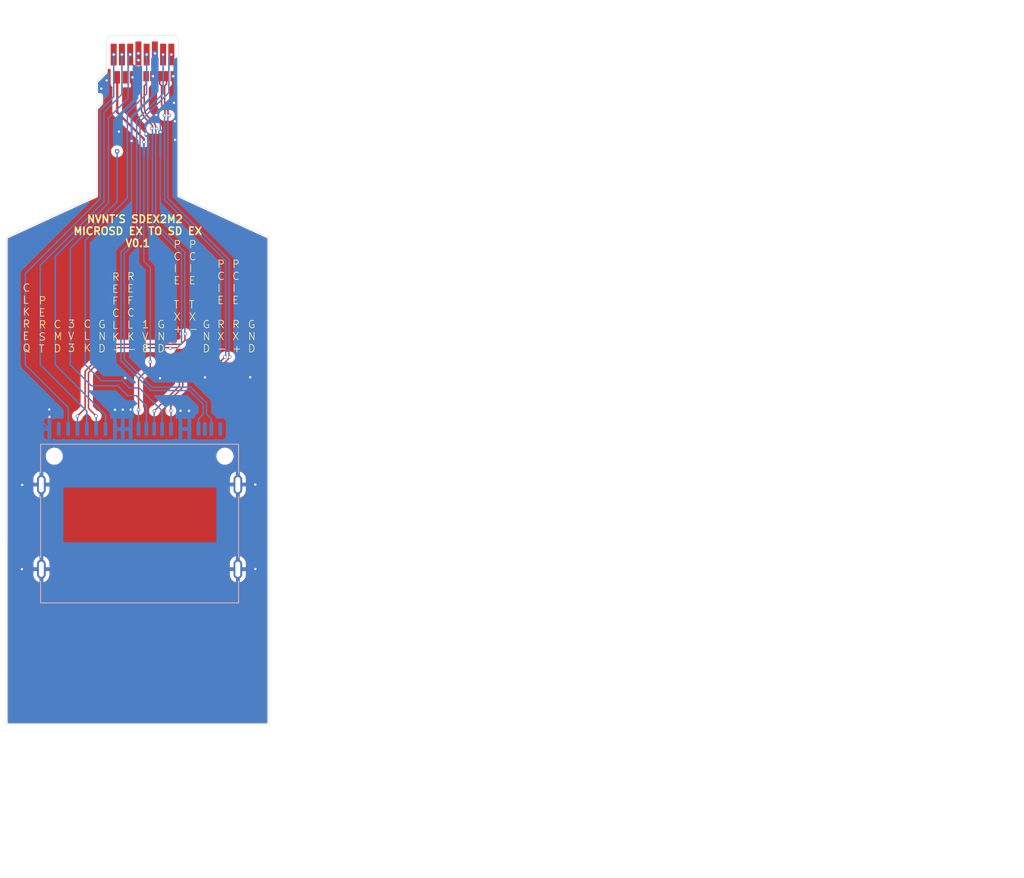
<source format=kicad_pcb>
(kicad_pcb (version 20241229) (generator "pcbnew") (generator_version "9.0")
  (layers (0 "F.Cu" signal) (4 "In1.Cu" signal "In1.GND.Cu") (6 "In2.Cu" signal "In2.VCC.Cu") (8 "In3.Cu" signal "In3.VCC.Cu") (10 "In4.Cu" signal "In4.GND.Cu") (2 "B.Cu" signal) (13 "F.Paste" user) (15 "B.Paste" user) (5 "F.SilkS" user "F.Silkscreen") (7 "B.SilkS" user "B.Silkscreen") (1 "F.Mask" user) (3 "B.Mask" user) (25 "Edge.Cuts" user))
  (net 0 "")
  (net 1 "/TX+")
  (net 2 "/TX-")
  (net 3 "Net-(J1-3V3)")
  (net 4 "/RX+")
  (net 5 "Net-(J1-1V8)")
  (net 6 "GND")
  (net 7 "/RX-")
  (net 8 "/REFCLK+")
  (net 9 "/REFCLK-")
  (net 10 "/PERST")
  (net 11 "/CLKREQ")
  (net 12 "/CMD")
  (net 13 "/CLK")
  (footprint "m1cha:usdex-male-open_bottom" (layer "F.Cu") (at 141.61 77.96)
    (property "Reference" "J1" (hide yes))
    (property "Value" "SDEX2M2 MicroSD Express to SD Express Adapter")
    (fp_line (start -6.15 6.395685) (end -6.15 7.8) (stroke (width 0.05)) (layer "Edge.Cuts"))
    (fp_line (start -6.15 9.8) (end -6.149999 15) (stroke (width 0.05)) (layer "Edge.Cuts"))
    (fp_line (start -6.05 7.9) (end -5.65 7.9) (stroke (width 0.05)) (layer "Edge.Cuts"))
    (fp_line (start -5.567158 9.217158) (end -6.15 9.8) (stroke (width 0.05)) (layer "Edge.Cuts"))
    (fp_line (start -5.45 8.1) (end -5.45 8.934315) (stroke (width 0.05)) (layer "Edge.Cuts"))
    (fp_line (start -4.967158 5.047158) (end -6.032843 6.112843) (stroke (width 0.05)) (layer "Edge.Cuts"))
    (fp_line (start -4.85 4.764315) (end -4.85 0.8) (stroke (width 0.05)) (layer "Edge.Cuts"))
    (fp_line (start -4.05 0) (end 4.05 0) (stroke (width 0.05)) (layer "Edge.Cuts"))
    (fp_line (start 4.85 0.8) (end 4.85 15) (stroke (width 0.05)) (layer "Edge.Cuts"))
    (fp_arc (start -6.15 6.395685) (mid -6.119552 6.242612) (end -6.032843 6.112843) (stroke (width 0.05)) (layer "Edge.Cuts"))
    (fp_arc (start -6.05 7.9) (mid -6.120711 7.870711) (end -6.15 7.8) (stroke (width 0.05)) (layer "Edge.Cuts"))
    (fp_arc (start -5.65 7.9) (mid -5.508579 7.958579) (end -5.45 8.1) (stroke (width 0.05)) (layer "Edge.Cuts"))
    (fp_arc (start -5.45 8.934315) (mid -5.480448 9.087389) (end -5.567158 9.217158) (stroke (width 0.05)) (layer "Edge.Cuts"))
    (fp_arc (start -4.85 0.8) (mid -4.615685 0.234315) (end -4.05 0) (stroke (width 0.05)) (layer "Edge.Cuts"))
    (fp_arc (start -4.85 4.764315) (mid -4.880448 4.917389) (end -4.967158 5.047158) (stroke (width 0.05)) (layer "Edge.Cuts"))
    (fp_arc (start 4.05 0) (mid 4.615685 0.234315) (end 4.85 0.8) (stroke (width 0.05)) (layer "Edge.Cuts"))
    (pad "1" smd rect (at -3.85 2.55) (size 0.8 2.9) (layers "F.Cu" "F.Mask" "F.Paste") (net 11 "/CLKREQ"))
    (pad "2" smd rect (at -2.75 2.55) (size 0.8 2.9) (layers "F.Cu" "F.Mask" "F.Paste") (net 10 "/PERST"))
    (pad "3" smd rect (at -1.65 2.55) (size 0.8 2.9) (layers "F.Cu" "F.Mask" "F.Paste") (net 12 "/CMD"))
    (pad "4" smd rect (at -0.55 2.4) (size 0.8 3.2) (layers "F.Cu" "F.Mask" "F.Paste") (net 3 "Net-(J1-3V3)"))
    (pad "5" smd rect (at 0.55 2.55) (size 0.8 2.9) (layers "F.Cu" "F.Mask" "F.Paste") (net 13 "/CLK"))
    (pad "6" smd rect (at 1.65 2.4) (size 0.8 3.2) (layers "F.Cu" "F.Mask" "F.Paste") (net 6 "GND"))
    (pad "7" smd rect (at 2.75 2.55) (size 0.8 2.9) (layers "F.Cu" "F.Mask" "F.Paste") (net 8 "/REFCLK+"))
    (pad "8" smd rect (at 3.85 2.55) (size 0.8 2.9) (layers "F.Cu" "F.Mask" "F.Paste") (net 9 "/REFCLK-"))
    (pad "9" smd rect (at -3.38 5.595) (size 0.76 1.67) (layers "F.Cu" "F.Mask" "F.Paste") (net 5 "Net-(J1-1V8)"))
    (pad "10" smd rect (at -1.34 5.595) (size 0.76 1.67) (layers "F.Cu" "F.Mask" "F.Paste") (net 6 "GND"))
    (pad "11" smd rect (at -0.43 5.445) (size 0.76 1.37) (layers "F.Cu" "F.Mask" "F.Paste") (net 1 "/TX+"))
    (pad "12" smd rect (at 0.48 5.445) (size 0.76 1.37) (layers "F.Cu" "F.Mask" "F.Paste") (net 2 "/TX-"))
    (pad "13" smd rect (at 1.39 5.445) (size 0.76 1.37) (layers "F.Cu" "F.Mask" "F.Paste") (net 6 "GND"))
    (pad "14" smd rect (at 2.3 5.445) (size 0.76 1.37) (layers "F.Cu" "F.Mask" "F.Paste") (net 7 "/RX-"))
    (pad "15" smd rect (at 3.21 5.445) (size 0.76 1.37) (layers "F.Cu" "F.Mask" "F.Paste") (net 4 "/RX+"))
    (pad "16" smd rect (at 4.12 5.445) (size 0.76 1.37) (layers "F.Cu" "F.Mask" "F.Paste") (net 6 "GND"))
    (pad "17" smd rect (at -2.25 5.595) (size 0.76 1.67) (layers "F.Cu" "F.Mask" "F.Paste"))
  )
  (footprint "GSD2100407THR:AMPHENOL_GSD2100407THR" (layer "B.Cu") (at 141.22 134.18 180)
    (property "Reference" "J2" (hide yes))
    (property "Value" "GSD2100407THR")
    (fp_line (start 13.225 1.6) (end 13.225 -2.201) (stroke (width 0.127)) (layer "B.SilkS"))
    (fp_line (start 13.225 -13.501) (end 13.225 -5.399) (stroke (width 0.127)) (layer "B.SilkS"))
    (fp_line (start 13.225 -19.6) (end 13.225 -16.699) (stroke (width 0.127)) (layer "B.SilkS"))
    (fp_line (start -13.225 1.6) (end 13.225 1.6) (stroke (width 0.127)) (layer "B.SilkS"))
    (fp_line (start -13.225 -2.201) (end -13.225 1.6) (stroke (width 0.127)) (layer "B.SilkS"))
    (fp_line (start -13.225 -5.399) (end -13.225 -13.501) (stroke (width 0.127)) (layer "B.SilkS"))
    (fp_line (start -13.225 -16.699) (end -13.225 -19.6) (stroke (width 0.127)) (layer "B.SilkS"))
    (fp_line (start -13.225 -19.6) (end 13.225 -19.6) (stroke (width 0.127)) (layer "B.SilkS"))
    (fp_circle (center 12.05 5.25) (end 12.15 5.25) (stroke (width 0.2)) (fill no) (layer "B.SilkS"))
    (pad "" np_thru_hole circle (at -11.4 0 180) (size 1.8 1.8) (drill 1.8) (layers "*.Cu" "*.Mask"))
    (pad "" np_thru_hole circle (at 11.4 0 180) (size 1.8 1.8) (drill 1.8) (layers "*.Cu" "*.Mask"))
    (pad "1" smd rect (at 12.05 3.64 180) (size 0.5 1.8) (layers "B.Cu" "B.Mask" "B.Paste") (net 6 "GND"))
    (pad "2" smd rect (at 10.8 3.64 180) (size 0.5 1.8) (layers "B.Cu" "B.Mask" "B.Paste"))
    (pad "3" smd rect (at 9.55 3.64 180) (size 0.5 1.8) (layers "B.Cu" "B.Mask" "B.Paste") (net 11 "/CLKREQ"))
    (pad "4" smd rect (at 8.3 3.64 180) (size 0.5 1.8) (layers "B.Cu" "B.Mask" "B.Paste") (net 2 "/TX-"))
    (pad "5" smd rect (at 7.05 3.64 180) (size 0.5 1.8) (layers "B.Cu" "B.Mask" "B.Paste") (net 10 "/PERST"))
    (pad "6" smd rect (at 5.8 3.64 180) (size 0.5 1.8) (layers "B.Cu" "B.Mask" "B.Paste") (net 1 "/TX+"))
    (pad "7" smd rect (at 4.55 3.64 180) (size 0.5 1.8) (layers "B.Cu" "B.Mask" "B.Paste") (net 12 "/CMD"))
    (pad "8" smd rect (at 3.3 3.64 180) (size 0.5 1.8) (layers "B.Cu" "B.Mask" "B.Paste") (net 6 "GND"))
    (pad "9" smd rect (at 2.25 3.64 180) (size 0.5 1.8) (layers "B.Cu" "B.Mask" "B.Paste") (net 6 "GND"))
    (pad "10" smd rect (at 1.2 3.64 180) (size 0.5 1.8) (layers "B.Cu" "B.Mask" "B.Paste") (net 6 "GND"))
    (pad "11" smd rect (at 0.15 3.64 180) (size 0.5 1.8) (layers "B.Cu" "B.Mask" "B.Paste") (net 5 "Net-(J1-1V8)"))
    (pad "12" smd rect (at -0.9 3.64 180) (size 0.5 1.8) (layers "B.Cu" "B.Mask" "B.Paste") (net 3 "Net-(J1-3V3)"))
    (pad "13" smd rect (at -1.95 3.64 180) (size 0.5 1.8) (layers "B.Cu" "B.Mask" "B.Paste") (net 7 "/RX-"))
    (pad "14" smd rect (at -3 3.64 180) (size 0.5 1.8) (layers "B.Cu" "B.Mask" "B.Paste") (net 13 "/CLK"))
    (pad "15" smd rect (at -4.2 3.64 180) (size 0.5 1.8) (layers "B.Cu" "B.Mask" "B.Paste") (net 4 "/RX+"))
    (pad "16" smd rect (at -5.45 3.64 180) (size 0.5 1.8) (layers "B.Cu" "B.Mask" "B.Paste") (net 6 "GND"))
    (pad "17" smd rect (at -6.65 3.64 180) (size 0.5 1.8) (layers "B.Cu" "B.Mask" "B.Paste") (net 6 "GND"))
    (pad "18" smd rect (at -7.875 3.64 180) (size 0.5 1.8) (layers "B.Cu" "B.Mask" "B.Paste") (net 8 "/REFCLK+"))
    (pad "19" smd rect (at -8.725 3.64 180) (size 0.5 1.8) (layers "B.Cu" "B.Mask" "B.Paste"))
    (pad "20" smd rect (at -9.575 3.64 180) (size 0.5 1.8) (layers "B.Cu" "B.Mask" "B.Paste") (net 9 "/REFCLK-"))
    (pad "21" smd rect (at -10.775 3.64 180) (size 0.5 1.8) (layers "B.Cu" "B.Mask" "B.Paste"))
    (pad "GND1" thru_hole oval (at -13.125 -3.8 180) (size 1.158 2.558) (drill oval 0.65 2.05) (layers "*.Cu" "*.Mask") (net 6 "GND"))
    (pad "GND2" thru_hole oval (at 13.125 -3.8 180) (size 1.158 2.558) (drill oval 0.65 2.05) (layers "*.Cu" "*.Mask") (net 6 "GND"))
    (pad "GND3" thru_hole oval (at -13.125 -15.1 180) (size 1.158 2.558) (drill oval 0.65 2.05) (layers "*.Cu" "*.Mask") (net 6 "GND"))
    (pad "GND4" thru_hole oval (at 13.125 -15.1 180) (size 1.158 2.558) (drill oval 0.65 2.05) (layers "*.Cu" "*.Mask") (net 6 "GND"))
    (zone (net 0) (net_name "") (layer "B.Cu") (connect_pads (clearance 0)) (min_thickness 0.01)
      (keepout (tracks not_allowed) (vias not_allowed) (pads not_allowed) (copperpour not_allowed) (footprints allowed))
      (fill (thermal_gap 0.508) (thermal_bridge_width 0.508))
      (polygon (pts (xy 151.48 138.38) (xy 131.04 138.38) (xy 131.04 145.68) (xy 151.48 145.68)))
    )
  )
  (gr_line (start 146.46 99.415985) (end 146.46 92.96) (stroke (width 0.05)) (layer "Edge.Cuts"))
  (gr_line (start 123.4 170.07) (end 158.5 170.07) (stroke (width 0.05)) (layer "Edge.Cuts"))
  (gr_line (start 158.5 104.95) (end 158.5 170.07) (stroke (width 0.05)) (layer "Edge.Cuts"))
  (gr_line (start 123.402514 104.95) (end 135.46 99.415985) (stroke (width 0.05)) (layer "Edge.Cuts"))
  (gr_line (start 146.46 99.415985) (end 158.5 104.95) (stroke (width 0.05)) (layer "Edge.Cuts"))
  (gr_line (start 123.402514 104.95) (end 123.4 170.07) (stroke (width 0.05)) (layer "Edge.Cuts"))
  (gr_line (start 135.46 92.96) (end 135.46 99.415985) (stroke (width 0.05)) (layer "Edge.Cuts"))
  (gr_text "G\nN\nD" (at 143.53 120.37 0) (layer "F.SilkS") (effects (font (size 1 1) (thickness 0.1)) (justify left bottom)))
  (gr_text "C\nL\nK" (at 133.68 120.32 0) (layer "F.SilkS") (effects (font (size 1 1) (thickness 0.1)) (justify left bottom)))
  (gr_text "P\nC\nI\nE\n\nR\nX\n-" (at 151.53 120.37 0) (layer "F.SilkS") (effects (font (size 1 1) (thickness 0.1)) (justify left bottom)))
  (gr_text "R\nE\nF\nC\nL\nK\n+" (at 137.48 120.47 0) (layer "F.SilkS") (effects (font (size 1 1) (thickness 0.1)) (justify left bottom)))
  (gr_text "P\nC\nI\nE\n\nR\nX\n+" (at 153.53 120.37 0) (layer "F.SilkS") (effects (font (size 1 1) (thickness 0.1)) (justify left bottom)))
  (gr_text "C\nM\nD" (at 129.68 120.37 0) (layer "F.SilkS") (effects (font (size 1 1) (thickness 0.1)) (justify left bottom)))
  (gr_text "C\nL\nK\nR\nE\nQ" (at 125.53 120.32 0) (layer "F.SilkS") (effects (font (size 1 1) (thickness 0.1)) (justify left bottom)))
  (gr_text "1\nV\n8" (at 141.48 120.37 0) (layer "F.SilkS") (effects (font (size 1 1) (thickness 0.1)) (justify left bottom)))
  (gr_text "P\nC\nI\nE\n\nT\nX\n+" (at 145.690446 117.739545 0) (layer "F.SilkS") (effects (font (size 1 1) (thickness 0.1)) (justify left bottom)))
  (gr_text "3\nV\n3" (at 131.58 120.32 0) (layer "F.SilkS") (effects (font (size 1 1) (thickness 0.1)) (justify left bottom)))
  (gr_text "G\nN\nD" (at 149.58 120.37 0) (layer "F.SilkS") (effects (font (size 1 1) (thickness 0.1)) (justify left bottom)))
  (gr_text "P\nE\nR\nS\nT" (at 127.68 120.42 0) (layer "F.SilkS") (effects (font (size 1 1) (thickness 0.1)) (justify left bottom)))
  (gr_text "R\nE\nF\nC\nL\nK\n-" (at 139.48 120.42 0) (layer "F.SilkS") (effects (font (size 1 1) (thickness 0.1)) (justify left bottom)))
  (gr_text "G\nN\nD" (at 155.63 120.37 0) (layer "F.SilkS") (effects (font (size 1 1) (thickness 0.1)) (justify left bottom)))
  (gr_text "P\nC\nI\nE\n\nT\nX\n-" (at 147.740446 117.739545 0) (layer "F.SilkS") (effects (font (size 1 1) (thickness 0.1)) (justify left bottom)))
  (gr_text "G\nN\nD" (at 135.63 120.37 0) (layer "F.SilkS") (effects (font (size 1 1) (thickness 0.1)) (justify left bottom)))
  (gr_text "NVNT'S SDEX2M2 \nMICROSD EX TO SD EX\nV0.1" (at 140.98 106.3 0) (layer "F.SilkS") (effects (font (size 1 1) (thickness 0.2) (bold yes)) (justify bottom)))
  (segment (start 134.38831 123.009888) (end 137.723198 119.675) (width 0.2) (layer "F.Cu") (net 1))
  (segment (start 142.809336 89.858142) (end 142.136197 89.185003) (width 0.205232) (layer "F.Cu") (net 1))
  (segment (start 134.38831 127.78831) (end 134.38831 123.009888) (width 0.2) (layer "F.Cu") (net 1))
  (segment (start 135.41 128.81) (end 134.38831 127.78831) (width 0.2) (layer "F.Cu") (net 1))
  (segment (start 141.18 84.432501) (end 141.18 83.405) (width 0.205232) (layer "F.Cu") (net 1))
  (segment (start 142.955783 90.257617) (end 142.955783 90.211696) (width 0.205232) (layer "F.Cu") (net 1))
  (segment (start 145.255 119.675) (end 145.33 119.75) (width 0.2) (layer "F.Cu") (net 1))
  (segment (start 137.723198 119.675) (end 145.255 119.675) (width 0.2) (layer "F.Cu") (net 1))
  (segment (start 141.430784 84.683285) (end 141.18 84.432501) (width 0.205232) (layer "F.Cu") (net 1))
  (segment (start 142.8334 90.38) (end 142.955783 90.257617) (width 0.205232) (layer "F.Cu") (net 1))
  (segment (start 141.430784 87.481985) (end 141.430784 84.683285) (width 0.205232) (layer "F.Cu") (net 1))
  (via (at 135.41 128.81) (size 0.45) (drill 0.3) (layers "F.Cu" "B.Cu") (net 1))
  (via (at 145.33 119.75) (size 0.45) (drill 0.3) (layers "F.Cu" "B.Cu") (net 1))
  (via (at 142.8334 90.38) (size 0.45) (drill 0.3) (layers "F.Cu" "B.Cu") (net 1))
  (arc (start 142.955783 90.211696) (mid 142.917723 90.020354) (end 142.809336 89.858142) (width 0.205232) (layer "F.Cu") (net 1))
  (arc (start 141.430784 87.481985) (mid 141.614115 88.403652) (end 142.136197 89.185003) (width 0.205232) (layer "F.Cu") (net 1))
  (segment (start 146.288521 119.68) (end 146.82 119.148521) (width 0.2) (layer "B.Cu") (net 1))
  (segment (start 135.42 130.54) (end 135.42 128.82) (width 0.2) (layer "B.Cu") (net 1))
  (segment (start 145.4 119.68) (end 146.288521 119.68) (width 0.2) (layer "B.Cu") (net 1))
  (segment (start 146.82 107.138198) (end 142.932384 103.250582) (width 0.2) (layer "B.Cu") (net 1))
  (segment (start 146.82 119.148521) (end 146.82 107.138198) (width 0.2) (layer "B.Cu") (net 1))
  (segment (start 142.932384 103.250582) (end 142.932384 90.478984) (width 0.2) (layer "B.Cu") (net 1))
  (segment (start 142.932384 90.478984) (end 142.8334 90.38) (width 0.2) (layer "B.Cu") (net 1))
  (segment (start 145.33 119.75) (end 145.4 119.68) (width 0.2) (layer "B.Cu") (net 1))
  (segment (start 135.42 128.82) (end 135.41 128.81) (width 0.2) (layer "B.Cu") (net 1))
  (segment (start 143.4866 90.38) (end 143.364217 90.257617) (width 0.205232) (layer "F.Cu") (net 2))
  (segment (start 143.364217 90.257617) (end 143.364217 90.211696) (width 0.205232) (layer "F.Cu") (net 2))
  (segment (start 137.536802 119.225) (end 146.745 119.225) (width 0.2) (layer "F.Cu") (net 2))
  (segment (start 132.914892 128.811727) (end 133.938308 127.78831) (width 0.2) (layer "F.Cu") (net 2))
  (segment (start 142.09 84.432501) (end 142.09 83.405) (width 0.205232) (layer "F.Cu") (net 2))
  (segment (start 141.839216 87.481983) (end 141.839216 84.683285) (width 0.205232) (layer "F.Cu") (net 2))
  (segment (start 143.098143 89.569337) (end 142.425002 88.896196) (width 0.205232) (layer "F.Cu") (net 2))
  (segment (start 147.28 118.69) (end 147.28 117.879991) (width 0.2) (layer "F.Cu") (net 2))
  (segment (start 146.745 119.225) (end 147.28 118.69) (width 0.2) (layer "F.Cu") (net 2))
  (segment (start 141.839216 84.683285) (end 142.09 84.432501) (width 0.205232) (layer "F.Cu") (net 2))
  (segment (start 133.938308 122.823494) (end 137.536802 119.225) (width 0.2) (layer "F.Cu") (net 2))
  (segment (start 133.938308 127.78831) (end 133.938308 122.823494) (width 0.2) (layer "F.Cu") (net 2))
  (segment (start 147.28 117.879991) (end 147.340446 117.819545) (width 0.2) (layer "F.Cu") (net 2))
  (via (at 132.914892 128.811727) (size 0.45) (drill 0.3) (layers "F.Cu" "B.Cu") (net 2))
  (via (at 143.4866 90.38) (size 0.45) (drill 0.3) (layers "F.Cu" "B.Cu") (net 2))
  (via (at 147.340446 117.819545) (size 0.45) (drill 0.3) (layers "F.Cu" "B.Cu") (net 2))
  (arc (start 142.425002 88.896196) (mid 141.991457 88.24735) (end 141.839216 87.481983) (width 0.205232) (layer "F.Cu") (net 2))
  (arc (start 143.098143 89.569337) (mid 143.295067 89.864054) (end 143.364217 90.211696) (width 0.205232) (layer "F.Cu") (net 2))
  (segment (start 147.26 117.739099) (end 147.340446 117.819545) (width 0.2) (layer "B.Cu") (net 2))
  (segment (start 143.387616 103.069418) (end 147.199554 106.881356) (width 0.2) (layer "B.Cu") (net 2))
  (segment (start 132.92 128.816835) (end 132.914892 128.811727) (width 0.2) (layer "B.Cu") (net 2))
  (segment (start 143.4866 90.38) (end 143.387616 90.478984) (width 0.2) (layer "B.Cu") (net 2))
  (segment (start 147.340446 117.819545) (end 147.340446 117.891447) (width 0.2) (layer "B.Cu") (net 2))
  (segment (start 143.387616 90.478984) (end 143.387616 103.069418) (width 0.2) (layer "B.Cu") (net 2))
  (segment (start 147.199554 106.881356) (end 147.26 106.941802) (width 0.2) (layer "B.Cu") (net 2))
  (segment (start 147.26 106.941802) (end 147.26 117.739099) (width 0.2) (layer "B.Cu") (net 2))
  (segment (start 132.92 130.54) (end 132.92 128.816835) (width 0.2) (layer "B.Cu") (net 2))
  (via (at 141.06 81.26) (size 0.6) (drill 0.3) (layers "F.Cu" "B.Cu") (net 3))
  (via (at 141.06 80.36) (size 0.6) (drill 0.3) (layers "F.Cu" "B.Cu") (net 3))
  (via (at 138.21 93.44) (size 0.6) (drill 0.3) (layers "F.Cu" "B.Cu") (net 3))
  (segment (start 131.95 121.95) (end 134.73 124.73) (width 0.2) (layer "B.Cu") (net 3))
  (segment (start 140.75 126.08) (end 142.12 127.45) (width 0.2) (layer "B.Cu") (net 3))
  (segment (start 142.12 127.45) (end 142.12 130.54) (width 0.2) (layer "B.Cu") (net 3))
  (segment (start 138.21 100.16) (end 131.95 106.42) (width 0.2) (layer "B.Cu") (net 3))
  (segment (start 131.95 106.42) (end 131.95 121.95) (width 0.2) (layer "B.Cu") (net 3))
  (segment (start 138.21 93.44) (end 138.21 100.16) (width 0.2) (layer "B.Cu") (net 3))
  (segment (start 138.32 124.78) (end 139.62 126.08) (width 0.2) (layer "B.Cu") (net 3))
  (segment (start 134.78 124.78) (end 138.32 124.78) (width 0.2) (layer "B.Cu") (net 3))
  (segment (start 139.62 126.08) (end 140.75 126.08) (width 0.2) (layer "B.Cu") (net 3))
  (segment (start 134.73 124.73) (end 134.78 124.78) (width 0.2) (layer "B.Cu") (net 3))
  (segment (start 145.2032 88.64) (end 145.053616 88.490416) (width 0.205232) (layer "F.Cu") (net 4))
  (segment (start 145.014217 88.391996) (end 145.014217 88.071696) (width 0.205232) (layer "F.Cu") (net 4))
  (segment (start 145.014217 88.071696) (end 145.012437 87.982399) (width 0.205232) (layer "F.Cu") (net 4))
  (segment (start 144.569216 87.043303) (end 144.569216 84.683285) (width 0.205232) (layer "F.Cu") (net 4))
  (segment (start 144.570679 87.108936) (end 144.569216 87.043303) (width 0.205232) (layer "F.Cu") (net 4))
  (segment (start 146.985 123.069069) (end 147.409069 122.645) (width 0.2) (layer "F.Cu") (net 4))
  (segment (start 145.4 128.11) (end 145.4 126.556397) (width 0.2) (layer "F.Cu") (net 4))
  (segment (start 153.27 120.975321) (end 153.27 120.92) (width 0.2) (layer "F.Cu") (net 4))
  (segment (start 145.4 126.556397) (end 146.985 124.971397) (width 0.2) (layer "F.Cu") (net 4))
  (segment (start 144.569216 84.683285) (end 144.82 84.432501) (width 0.205232) (layer "F.Cu") (net 4))
  (segment (start 147.409069 122.645) (end 151.600321 122.645) (width 0.2) (layer "F.Cu") (net 4))
  (segment (start 146.985 124.971397) (end 146.985 123.069069) (width 0.2) (layer "F.Cu") (net 4))
  (segment (start 144.748143 87.429337) (end 144.715662 87.396856) (width 0.205232) (layer "F.Cu") (net 4))
  (segment (start 144.82 84.432501) (end 144.82 83.405) (width 0.205232) (layer "F.Cu") (net 4))
  (segment (start 145.012437 87.982399) (end 144.977593 87.807236) (width 0.205232) (layer "F.Cu") (net 4))
  (segment (start 144.604655 87.23573) (end 144.570679 87.108936) (width 0.205232) (layer "F.Cu") (net 4))
  (segment (start 144.977593 87.807236) (end 144.909247 87.642237) (width 0.205232) (layer "F.Cu") (net 4))
  (segment (start 145.053616 88.431395) (end 145.014217 88.391996) (width 0.205232) (layer "F.Cu") (net 4))
  (segment (start 151.600321 122.645) (end 153.27 120.975321) (width 0.2) (layer "F.Cu") (net 4))
  (segment (start 144.67029 87.349408) (end 144.604655 87.23573) (width 0.205232) (layer "F.Cu") (net 4))
  (segment (start 144.715662 87.396856) (end 144.67029 87.349408) (width 0.205232) (layer "F.Cu") (net 4))
  (segment (start 144.810023 87.493743) (end 144.748143 87.429337) (width 0.205232) (layer "F.Cu") (net 4))
  (segment (start 145.053616 88.490416) (end 145.053616 88.431395) (width 0.205232) (layer "F.Cu") (net 4))
  (segment (start 144.909247 87.642237) (end 144.810023 87.493743) (width 0.205232) (layer "F.Cu") (net 4))
  (via (at 145.2032 88.64) (size 0.45) (drill 0.3) (layers "F.Cu" "B.Cu") (net 4))
  (via (at 153.27 120.92) (size 0.45) (drill 0.3) (layers "F.Cu" "B.Cu") (net 4))
  (via (at 145.4 128.11) (size 0.45) (drill 0.3) (layers "F.Cu" "B.Cu") (net 4))
  (segment (start 145.051 88.847521) (end 145.000001 88.89852) (width 0.2) (layer "B.Cu") (net 4))
  (segment (start 145.000001 88.89852) (end 145.000001 99.731803) (width 0.2) (layer "B.Cu") (net 4))
  (segment (start 145.42 130.54) (end 145.42 128.13) (width 0.2) (layer "B.Cu") (net 4))
  (segment (start 145.000001 99.731803) (end 153.168401 107.900203) (width 0.2) (layer "B.Cu") (net 4))
  (segment (start 153.168401 120.818401) (end 153.27 120.92) (width 0.2) (layer "B.Cu") (net 4))
  (segment (start 145.2032 88.64) (end 145.051 88.7922) (width 0.2) (layer "B.Cu") (net 4))
  (segment (start 145.42 128.13) (end 145.4 128.11) (width 0.2) (layer "B.Cu") (net 4))
  (segment (start 145.051 88.7922) (end 145.051 88.847521) (width 0.2) (layer "B.Cu") (net 4))
  (segment (start 153.168401 107.900203) (end 153.168401 120.818401) (width 0.2) (layer "B.Cu") (net 4))
  (segment (start 142.65 121.56) (end 142.65 122.24) (width 0.2) (layer "F.Cu") (net 5))
  (segment (start 142.65 122.24) (end 141.08 123.81) (width 0.2) (layer "F.Cu") (net 5))
  (segment (start 141.785 91.785) (end 138.23 88.23) (width 0.3) (layer "F.Cu") (net 5))
  (segment (start 138.23 88.23) (end 138.23 83.555) (width 0.3) (layer "F.Cu") (net 5))
  (segment (start 141.785 92.19) (end 141.785 91.785) (width 0.3) (layer "F.Cu") (net 5))
  (segment (start 141.08 123.81) (end 141.08 127.97) (width 0.2) (layer "F.Cu") (net 5))
  (via (at 141.785 92.19) (size 0.45) (drill 0.3) (layers "F.Cu" "B.Cu") (net 5))
  (via (at 141.08 127.97) (size 0.45) (drill 0.3) (layers "F.Cu" "B.Cu") (net 5))
  (via (at 142.65 121.56) (size 0.45) (drill 0.3) (layers "F.Cu" "B.Cu") (net 5))
  (segment (start 142.65 109) (end 141.785 108.135) (width 0.2) (layer "B.Cu") (net 5))
  (segment (start 141.07 130.54) (end 141.07 127.98) (width 0.2) (layer "B.Cu") (net 5))
  (segment (start 141.785 92.19) (end 141.785 94.185) (width 0.3) (layer "B.Cu") (net 5))
  (segment (start 141.07 127.98) (end 141.08 127.97) (width 0.2) (layer "B.Cu") (net 5))
  (segment (start 142.65 121.56) (end 142.65 109) (width 0.2) (layer "B.Cu") (net 5))
  (segment (start 141.07 130.54) (end 141.07 131.19) (width 0.2) (layer "B.Cu") (net 5))
  (segment (start 141.785 108.135) (end 141.785 94.185) (width 0.2) (layer "B.Cu") (net 5))
  (segment (start 140.27 83.555) (end 140.27 85.52) (width 0.4) (layer "F.Cu") (net 6))
  (segment (start 143 83.4025) (end 143 85.3375) (width 0.4) (layer "F.Cu") (net 6))
  (segment (start 145.73 83.405) (end 145.73 84.91) (width 0.4) (layer "F.Cu") (net 6))
  (via (at 136.81 83.96) (size 0.6) (drill 0.3) (layers "F.Cu" "B.Cu") (net 6))
  (via (at 138.46 90.81) (size 0.6) (drill 0.3) (layers "F.Cu" "B.Cu") (net 6))
  (via (at 142.1 91.12) (size 0.45) (drill 0.3) (layers "F.Cu" "B.Cu") (net 6))
  (via (at 156.69 149.25) (size 0.6) (drill 0.3) (layers "F.Cu" "B.Cu") (net 6))
  (via (at 129.15 127.94) (size 0.6) (drill 0.3) (layers "F.Cu" "B.Cu") (net 6))
  (via (at 140.27 83.555) (size 0.6) (drill 0.3) (layers "F.Cu" "B.Cu") (net 6))
  (via (at 156.68 137.97) (size 0.6) (drill 0.3) (layers "F.Cu" "B.Cu") (net 6))
  (via (at 145.94 89.43) (size 0.45) (drill 0.3) (layers "F.Cu" "B.Cu") (net 6))
  (via (at 143.46 88.59) (size 0.45) (drill 0.3) (layers "F.Cu" "B.Cu") (net 6))
  (via (at 136.11 85.06) (size 0.6) (drill 0.3) (layers "F.Cu" "B.Cu") (net 6))
  (via (at 139.3 123.73) (size 0.6) (drill 0.3) (layers "F.Cu" "B.Cu") (net 6))
  (via (at 145.81 86.96) (size 0.45) (drill 0.3) (layers "F.Cu" "B.Cu") (net 6))
  (via (at 146.69 128.11) (size 0.6) (drill 0.3) (layers "F.Cu" "B.Cu") (net 6))
  (via (at 156 123.63) (size 0.6) (drill 0.3) (layers "F.Cu" "B.Cu") (net 6))
  (via (at 143 83.405) (size 0.6) (drill 0.3) (layers "F.Cu" "B.Cu") (net 6))
  (via (at 143.95 123.76) (size 0.6) (drill 0.3) (layers "F.Cu" "B.Cu") (net 6))
  (via (at 144.002007 90.853667) (size 0.6) (drill 0.3) (layers "F.Cu" "B.Cu") (net 6))
  (via (at 143.26 80.36) (size 0.6) (drill 0.3) (layers "F.Cu" "B.Cu") (net 6))
  (via (at 149.96 123.65) (size 0.6) (drill 0.3) (layers "F.Cu" "B.Cu") (net 6))
  (via (at 147.83 128.11) (size 0.6) (drill 0.3) (layers "F.Cu" "B.Cu") (net 6))
  (via (at 125.53 138.02) (size 0.6) (drill 0.3) (layers "F.Cu" "B.Cu") (net 6))
  (via (at 140.02 127.95) (size 0.6) (drill 0.3) (layers "F.Cu" "B.Cu") (net 6))
  (via (at 125.5 149.27) (size 0.6) (drill 0.3) (layers "F.Cu" "B.Cu") (net 6))
  (via (at 137.93 127.98) (size 0.6) (drill 0.3) (layers "F.Cu" "B.Cu") (net 6))
  (via (at 145.73 83.405) (size 0.6) (drill 0.3) (layers "F.Cu" "B.Cu") (net 6))
  (via (at 138.98 127.96) (size 0.6) (drill 0.3) (layers "F.Cu" "B.Cu") (net 6))
  (via (at 145.97 91.9) (size 0.45) (drill 0.3) (layers "F.Cu" "B.Cu") (net 6))
  (via (at 140.15 92.05) (size 0.6) (drill 0.3) (layers "F.Cu" "B.Cu") (net 6))
  (segment (start 143.99 89.68) (end 143.25 88.94) (width 0.2) (layer "B.Cu") (net 6))
  (segment (start 128.095 137.98) (end 125.57 137.98) (width 0.2) (layer "B.Cu") (net 6))
  (segment (start 143.95 105.55) (end 143.95 123.74) (width 0.2) (layer "B.Cu") (net 6))
  (segment (start 149.95 107.05) (end 149.95 123.64) (width 0.2) (layer "B.Cu") (net 6))
  (segment (start 143.37 88.59) (end 143.46 88.59) (width 0.2) (layer "B.Cu") (net 6))
  (segment (start 142.335 94.185) (end 142.31 94.21) (width 0.2) (layer "B.Cu") (net 6))
  (segment (start 128.26 129.63) (end 128.26 128.83) (width 0.2) (layer "B.Cu") (net 6))
  (segment (start 129.17 130.54) (end 128.26 129.63) (width 0.2) (layer "B.Cu") (net 6))
  (segment (start 140.15 101.3) (end 140.15 92.05) (width 0.2) (layer "B.Cu") (net 6))
  (segment (start 144.002007 90.853667) (end 143.99 90.84166) (width 0.2) (layer "B.Cu") (net 6))
  (segment (start 146.67 128.13) (end 146.69 128.11) (width 0.2) (layer "B.Cu") (net 6))
  (segment (start 146.67 130.54) (end 146.67 128.13) (width 0.2) (layer "B.Cu") (net 6))
  (segment (start 143.99 90.84166) (end 143.99 89.68) (width 0.2) (layer "B.Cu") (net 6))
  (segment (start 142.335 94.185) (end 142.335 91.355) (width 0.3) (layer "B.Cu") (net 6))
  (segment (start 143.985 94.185) (end 143.985 92.285) (width 0.3) (layer "B.Cu") (net 6))
  (segment (start 143.985 101.085) (end 149.95 107.05) (width 0.2) (layer "B.Cu") (net 6))
  (segment (start 143.25 88.8) (end 143.46 88.59) (width 0.2) (layer "B.Cu") (net 6))
  (segment (start 143.25 88.94) (end 143.25 88.8) (width 0.2) (layer "B.Cu") (net 6))
  (segment (start 138.97 127.97) (end 138.98 127.96) (width 0.2) (layer "B.Cu") (net 6))
  (segment (start 143.985 92.285) (end 143.99 92.28) (width 0.3) (layer "B.Cu") (net 6))
  (segment (start 135.95 105.5) (end 140.15 101.3) (width 0.2) (layer "B.Cu") (net 6))
  (segment (start 156.67 137.98) (end 156.68 137.97) (width 0.2) (layer "B.Cu") (net 6))
  (segment (start 128.26 128.83) (end 129.15 127.94) (width 0.2) (layer "B.Cu") (net 6))
  (segment (start 143.33 88.63) (end 143.37 88.59) (width 0.2) (layer "B.Cu") (net 6))
  (segment (start 140.84 83.86) (end 140.84 86.32) (width 0.4) (layer "B.Cu") (net 6))
  (segment (start 140.84 86.32) (end 138.78 88.38) (width 0.4) (layer "B.Cu") (net 6))
  (segment (start 125.51 149.28) (end 125.5 149.27) (width 0.2) (layer "B.Cu") (net 6))
  (segment (start 143.99 90.865674) (end 144.002007 90.853667) (width 0.3) (layer "B.Cu") (net 6))
  (segment (start 140.15 88.86) (end 140.4 88.61) (width 0.3) (layer "B.Cu") (net 6))
  (segment (start 142.335 91.355) (end 142.1 91.12) (width 0.3) (layer "B.Cu") (net 6))
  (segment (start 139.3 123.73) (end 135.95 120.38) (width 0.2) (layer "B.Cu") (net 6))
  (segment (start 135.95 120.38) (end 135.95 105.5) (width 0.2) (layer "B.Cu") (net 6))
  (segment (start 147.87 128.15) (end 147.83 128.11) (width 0.2) (layer "B.Cu") (net 6))
  (segment (start 142.31 94.21) (end 142.31 103.91) (width 0.2) (layer "B.Cu") (net 6))
  (segment (start 154.345 137.98) (end 156.67 137.98) (width 0.2) (layer "B.Cu") (net 6))
  (segment (start 143.99 92.28) (end 143.99 90.865674) (width 0.3) (layer "B.Cu") (net 6))
  (segment (start 140.27 83.555) (end 140.535 83.555) (width 0.4) (layer "B.Cu") (net 6))
  (segment (start 128.095 149.28) (end 125.51 149.28) (width 0.2) (layer "B.Cu") (net 6))
  (segment (start 138.97 130.54) (end 138.97 127.97) (width 0.2) (layer "B.Cu") (net 6))
  (segment (start 145.71 99.51) (end 145.71 92.1) (width 0.2) (layer "B.Cu") (net 6))
  (segment (start 140.535 83.555) (end 140.84 83.86) (width 0.4) (layer "B.Cu") (net 6))
  (segment (start 142.31 103.91) (end 143.95 105.55) (width 0.2) (layer "B.Cu") (net 6))
  (segment (start 156 123.63) (end 156 109.8) (width 0.2) (layer "B.Cu") (net 6))
  (segment (start 125.57 137.98) (end 125.53 138.02) (width 0.2) (layer "B.Cu") (net 6))
  (segment (start 140.135 92.065) (end 140.15 92.05) (width 0.3) (layer "B.Cu") (net 6))
  (segment (start 149.95 123.64) (end 149.96 123.65) (width 0.2) (layer "B.Cu") (net 6))
  (segment (start 137.92 130.54) (end 137.92 127.99) (width 0.2) (layer "B.Cu") (net 6))
  (segment (start 143.985 94.185) (end 143.985 101.085) (width 0.2) (layer "B.Cu") (net 6))
  (segment (start 147.87 130.54) (end 147.87 128.15) (width 0.2) (layer "B.Cu") (net 6))
  (segment (start 145.91 91.9) (end 145.97 91.9) (width 0.2) (layer "B.Cu") (net 6))
  (segment (start 154.345 149.28) (end 156.66 149.28) (width 0.2) (layer "B.Cu") (net 6))
  (segment (start 140.15 92.05) (end 140.15 88.86) (width 0.3) (layer "B.Cu") (net 6))
  (segment (start 140.02 130.54) (end 140.02 127.95) (width 0.2) (layer "B.Cu") (net 6))
  (segment (start 156 109.8) (end 145.71 99.51) (width 0.2) (layer "B.Cu") (net 6))
  (segment (start 156.66 149.28) (end 156.69 149.25) (width 0.2) (layer "B.Cu") (net 6))
  (segment (start 137.92 127.99) (end 137.93 127.98) (width 0.2) (layer "B.Cu") (net 6))
  (segment (start 138.78 88.38) (end 138.78 88.50219) (width 0.4) (layer "B.Cu") (net 6))
  (segment (start 143 83.405) (end 143 85.34) (width 0.4) (layer "B.Cu") (net 6))
  (segment (start 151.358603 122.195) (end 152.6168 120.936803) (width 0.2) (layer "F.Cu") (net 7))
  (segment (start 143.91 84.432501) (end 143.91 83.405) (width 0.205232) (layer "F.Cu") (net 7))
  (segment (start 144.605783 88.517617) (end 144.605783 88.071696) (width 0.205232) (layer "F.Cu") (net 7))
  (segment (start 144.160784 84.683285) (end 143.91 84.432501) (width 0.205232) (layer "F.Cu") (net 7))
  (segment (start 146.535 122.882673) (end 147.222673 122.195) (width 0.2) (layer "F.Cu") (net 7))
  (segment (start 143.2 128.12) (end 146.535 124.785) (width 0.2) (layer "F.Cu") (net 7))
  (segment (start 144.459336 87.718142) (end 144.426857 87.685663) (width 0.205232) (layer "F.Cu") (net 7))
  (segment (start 146.535 124.785) (end 146.535 122.882673) (width 0.2) (layer "F.Cu") (net 7))
  (segment (start 147.222673 122.195) (end 151.358603 122.195) (width 0.2) (layer "F.Cu") (net 7))
  (segment (start 144.4834 88.64) (end 144.605783 88.517617) (width 0.205232) (layer "F.Cu") (net 7))
  (segment (start 144.160784 87.043305) (end 144.160784 84.683285) (width 0.205232) (layer "F.Cu") (net 7))
  (segment (start 152.6168 120.936803) (end 152.6168 120.92) (width 0.2) (layer "F.Cu") (net 7))
  (via (at 143.2 128.12) (size 0.45) (drill 0.3) (layers "F.Cu" "B.Cu") (net 7))
  (via (at 144.55 88.64) (size 0.45) (drill 0.3) (layers "F.Cu" "B.Cu") (net 7))
  (via (at 152.6168 120.92) (size 0.45) (drill 0.3) (layers "F.Cu" "B.Cu") (net 7))
  (arc (start 144.605783 88.071696) (mid 144.567723 87.880354) (end 144.459336 87.718142) (width 0.205232) (layer "F.Cu") (net 7))
  (arc (start 144.426857 87.685663) (mid 144.229934 87.390947) (end 144.160784 87.043305) (width 0.205232) (layer "F.Cu") (net 7))
  (segment (start 144.55 91.084906) (end 144.55 99.918198) (width 0.2) (layer "B.Cu") (net 7))
  (segment (start 144.553007 90.625435) (end 144.553007 91.081899) (width 0.2) (layer "B.Cu") (net 7))
  (segment (start 143.17 130.54) (end 143.17 128.15) (width 0.2) (layer "B.Cu") (net 7))
  (segment (start 144.55 88.64) (end 144.55 90.622428) (width 0.2) (layer "B.Cu") (net 7))
  (segment (start 152.724999 120.811801) (end 152.6168 120.92) (width 0.2) (layer "B.Cu") (net 7))
  (segment (start 143.17 128.15) (end 143.2 128.12) (width 0.2) (layer "B.Cu") (net 7))
  (segment (start 144.55 99.918198) (end 152.724999 108.093197) (width 0.2) (layer "B.Cu") (net 7))
  (segment (start 144.553007 91.081899) (end 144.55 91.084906) (width 0.2) (layer "B.Cu") (net 7))
  (segment (start 152.724999 108.093197) (end 152.724999 120.811801) (width 0.2) (layer "B.Cu") (net 7))
  (segment (start 144.55 90.622428) (end 144.553007 90.625435) (width 0.2) (layer "B.Cu") (net 7))
  (via (at 144.36 80.51) (size 0.45) (drill 0.3) (layers "F.Cu" "B.Cu") (net 8))
  (segment (start 144.36 80.51) (end 144.36 85.721802) (width 0.2) (layer "B.Cu") (net 8))
  (segment (start 142.706802 125.405) (end 147.876802 125.405) (width 0.2) (layer "B.Cu") (net 8))
  (segment (start 149.72 128.564999) (end 149.095 129.189999) (width 0.2) (layer "B.Cu") (net 8))
  (segment (start 140.825 89.256802) (end 140.825 104.806802) (width 0.2) (layer "B.Cu") (net 8))
  (segment (start 140.825 104.806802) (end 138.724999 106.906803) (width 0.2) (layer "B.Cu") (net 8))
  (segment (start 147.876802 125.405) (end 149.72 127.248198) (width 0.2) (layer "B.Cu") (net 8))
  (segment (start 138.724999 106.906803) (end 138.724999 121.423197) (width 0.2) (layer "B.Cu") (net 8))
  (segment (start 144.36 85.721802) (end 140.825 89.256802) (width 0.2) (layer "B.Cu") (net 8))
  (segment (start 149.72 127.248198) (end 149.72 128.564999) (width 0.2) (layer "B.Cu") (net 8))
  (segment (start 138.724999 121.423197) (end 142.706802 125.405) (width 0.2) (layer "B.Cu") (net 8))
  (segment (start 149.095 129.189999) (end 149.095 130.54) (width 0.2) (layer "B.Cu") (net 8))
  (via (at 145.46 80.51) (size 0.45) (drill 0.3) (layers "F.Cu" "B.Cu") (net 9))
  (segment (start 150.795 129.189999) (end 150.795 130.54) (width 0.2) (layer "B.Cu") (net 9))
  (segment (start 141.275 89.443198) (end 141.275 104.993198) (width 0.2) (layer "B.Cu") (net 9))
  (segment (start 145.135001 80.834999) (end 145.135001 85.583197) (width 0.2) (layer "B.Cu") (net 9))
  (segment (start 145.46 80.51) (end 145.135001 80.834999) (width 0.2) (layer "B.Cu") (net 9))
  (segment (start 150.17 127.061802) (end 150.17 128.564999) (width 0.2) (layer "B.Cu") (net 9))
  (segment (start 141.275 104.993198) (end 139.175001 107.093197) (width 0.2) (layer "B.Cu") (net 9))
  (segment (start 139.175001 121.236803) (end 142.893198 124.955) (width 0.2) (layer "B.Cu") (net 9))
  (segment (start 139.175001 107.093197) (end 139.175001 121.236803) (width 0.2) (layer "B.Cu") (net 9))
  (segment (start 150.17 128.564999) (end 150.795 129.189999) (width 0.2) (layer "B.Cu") (net 9))
  (segment (start 148.063198 124.955) (end 150.17 127.061802) (width 0.2) (layer "B.Cu") (net 9))
  (segment (start 145.135001 85.583197) (end 141.275 89.443198) (width 0.2) (layer "B.Cu") (net 9))
  (segment (start 142.893198 124.955) (end 148.063198 124.955) (width 0.2) (layer "B.Cu") (net 9))
  (via (at 138.86 80.51) (size 0.6) (drill 0.3) (layers "F.Cu" "B.Cu") (net 10))
  (segment (start 127.95 108.67) (end 127.95 121.95) (width 0.2) (layer "B.Cu") (net 10))
  (segment (start 138.86 85.81) (end 136.46 88.21) (width 0.2) (layer "B.Cu") (net 10))
  (segment (start 134.17 128.17) (end 127.95 121.95) (width 0.2) (layer "B.Cu") (net 10))
  (segment (start 138.86 80.51) (end 138.86 85.81) (width 0.2) (layer "B.Cu") (net 10))
  (segment (start 134.17 130.54) (end 134.17 128.17) (width 0.2) (layer "B.Cu") (net 10))
  (segment (start 136.46 100.16) (end 127.95 108.67) (width 0.2) (layer "B.Cu") (net 10))
  (segment (start 136.46 88.21) (end 136.46 100.16) (width 0.2) (layer "B.Cu") (net 10))
  (via (at 137.76 80.51) (size 0.6) (drill 0.3) (layers "F.Cu" "B.Cu") (net 11))
  (segment (start 131.67 130.54) (end 131.67 127.67) (width 0.2) (layer "B.Cu") (net 11))
  (segment (start 137.76 86.15) (end 135.96 87.95) (width 0.2) (layer "B.Cu") (net 11))
  (segment (start 135.96 99.76) (end 125.95 109.77) (width 0.2) (layer "B.Cu") (net 11))
  (segment (start 131.67 127.67) (end 125.95 121.95) (width 0.2) (layer "B.Cu") (net 11))
  (segment (start 135.96 87.95) (end 135.96 99.76) (width 0.2) (layer "B.Cu") (net 11))
  (segment (start 125.95 109.77) (end 125.95 121.95) (width 0.2) (layer "B.Cu") (net 11))
  (segment (start 137.76 80.51) (end 137.76 86.15) (width 0.2) (layer "B.Cu") (net 11))
  (via (at 139.96 80.51) (size 0.6) (drill 0.3) (layers "F.Cu" "B.Cu") (net 12))
  (segment (start 137.06 88.99) (end 139.69 86.36) (width 0.2) (layer "B.Cu") (net 12))
  (segment (start 129.95 121.95) (end 129.95 108.85) (width 0.2) (layer "B.Cu") (net 12))
  (segment (start 136.67 130.54) (end 136.67 128.67) (width 0.2) (layer "B.Cu") (net 12))
  (segment (start 139.69 80.78) (end 139.96 80.51) (width 0.2) (layer "B.Cu") (net 12))
  (segment (start 129.96 108.84) (end 129.96 107.46) (width 0.2) (layer "B.Cu") (net 12))
  (segment (start 129.95 108.85) (end 129.96 108.84) (width 0.2) (layer "B.Cu") (net 12))
  (segment (start 129.96 107.46) (end 137.06 100.36) (width 0.2) (layer "B.Cu") (net 12))
  (segment (start 136.67 128.67) (end 129.95 121.95) (width 0.2) (layer "B.Cu") (net 12))
  (segment (start 139.69 86.36) (end 139.69 80.78) (width 0.2) (layer "B.Cu") (net 12))
  (segment (start 137.06 100.36) (end 137.06 88.99) (width 0.2) (layer "B.Cu") (net 12))
  (via (at 142.16 80.51) (size 0.6) (drill 0.3) (layers "F.Cu" "B.Cu") (net 13))
  (segment (start 144.22 128.11) (end 141.17 125.06) (width 0.2) (layer "B.Cu") (net 13))
  (segment (start 133.95 121.95) (end 133.95 105.35) (width 0.2) (layer "B.Cu") (net 13))
  (segment (start 139.585 88.335) (end 142.16 85.76) (width 0.2) (layer "B.Cu") (net 13))
  (segment (start 142.16 85.76) (end 142.16 80.51) (width 0.2) (layer "B.Cu") (net 13))
  (segment (start 136.101 124.101) (end 133.95 121.95) (width 0.2) (layer "B.Cu") (net 13))
  (segment (start 139.585 99.715) (end 139.585 88.335) (width 0.2) (layer "B.Cu") (net 13))
  (segment (start 139.850768 125.06) (end 138.891768 124.101) (width 0.2) (layer "B.Cu") (net 13))
  (segment (start 133.95 105.35) (end 139.585 99.715) (width 0.2) (layer "B.Cu") (net 13))
  (segment (start 138.891768 124.101) (end 136.101 124.101) (width 0.2) (layer "B.Cu") (net 13))
  (segment (start 141.17 125.06) (end 139.850768 125.06) (width 0.2) (layer "B.Cu") (net 13))
  (segment (start 144.22 130.54) (end 144.22 128.11) (width 0.2) (layer "B.Cu") (net 13))
  (zone (net 6) (net_name "GND") (layer "F.Cu") (connect_pads (clearance 0.5)) (min_thickness 0.25) (fill yes (thermal_gap 0.5) (thermal_bridge_width 0.5))
    (polygon (pts (xy 146.61 80) (xy 146.7 99.25) (xy 158.75 104.85) (xy 158.587405 170.53854) (xy 123.524639 170.439493) (xy 123.2 104.7) (xy 135.1 99.3) (xy 135.11 80)))
  )
  (zone (net 6) (net_name "GND") (layer "B.Cu") (priority 1) (connect_pads (clearance 0.5)) (min_thickness 0.25) (fill yes (thermal_gap 0.5) (thermal_bridge_width 0.5))
    (polygon (pts (xy 146.61 80) (xy 146.7 99.25) (xy 158.75 104.85) (xy 158.587418 170.533245) (xy 123.524613 170.434198) (xy 123.2 104.7) (xy 135.1 99.3) (xy 135.11 80)))
  )
)
</source>
